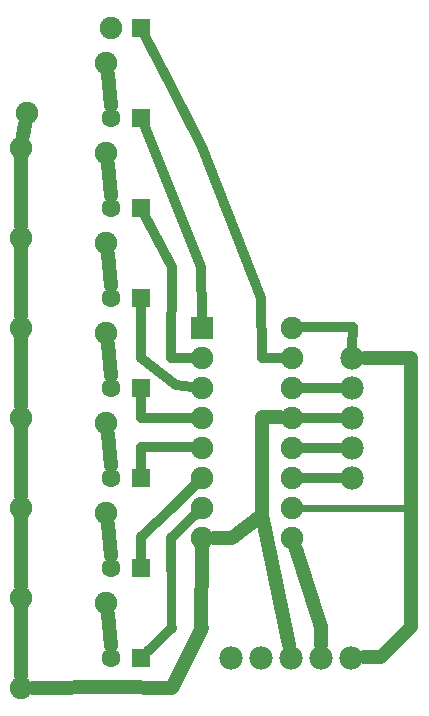
<source format=gbl>
G04 MADE WITH FRITZING*
G04 WWW.FRITZING.ORG*
G04 DOUBLE SIDED*
G04 HOLES PLATED*
G04 CONTOUR ON CENTER OF CONTOUR VECTOR*
%ASAXBY*%
%FSLAX23Y23*%
%MOIN*%
%OFA0B0*%
%SFA1.0B1.0*%
%ADD10C,0.062992*%
%ADD11C,0.075000*%
%ADD12C,0.078000*%
%ADD13R,0.062992X0.062992*%
%ADD14R,0.075000X0.075000*%
%ADD15C,0.048000*%
%ADD16C,0.032000*%
%ADD17C,0.024000*%
%ADD18R,0.001000X0.001000*%
%LNCOPPER0*%
G90*
G70*
G54D10*
X513Y2294D03*
X414Y2294D03*
X513Y794D03*
X414Y794D03*
X513Y1094D03*
X414Y1094D03*
X513Y194D03*
X414Y194D03*
X513Y494D03*
X414Y494D03*
X513Y1394D03*
X414Y1394D03*
X513Y1694D03*
X414Y1694D03*
X513Y1994D03*
X414Y1994D03*
G54D11*
X717Y1294D03*
X1017Y1294D03*
X717Y1194D03*
X1017Y1194D03*
X717Y1094D03*
X1017Y1094D03*
X717Y994D03*
X1017Y994D03*
X717Y894D03*
X1017Y894D03*
X717Y794D03*
X1017Y794D03*
X717Y694D03*
X1017Y694D03*
X717Y594D03*
X1017Y594D03*
G54D12*
X1214Y194D03*
X1114Y194D03*
X1014Y194D03*
X914Y194D03*
X814Y194D03*
X1217Y794D03*
X1217Y894D03*
X1217Y994D03*
X1217Y1094D03*
X1217Y1194D03*
G54D11*
X131Y2011D03*
X414Y2294D03*
X114Y1894D03*
X397Y2177D03*
X114Y1594D03*
X397Y1877D03*
X114Y1294D03*
X397Y1577D03*
X114Y994D03*
X397Y1277D03*
X114Y694D03*
X397Y977D03*
X114Y394D03*
X397Y677D03*
X114Y94D03*
X397Y377D03*
G54D13*
X513Y2294D03*
X513Y794D03*
X513Y1094D03*
X513Y194D03*
X513Y494D03*
X513Y1394D03*
X513Y1694D03*
X513Y1994D03*
G54D14*
X717Y1294D03*
G54D15*
X1113Y295D02*
X1029Y557D01*
D02*
X1114Y235D02*
X1113Y295D01*
D02*
X1414Y295D02*
X1313Y195D01*
D02*
X1414Y495D02*
X1414Y295D01*
D02*
X1313Y195D02*
X1255Y195D01*
D02*
X1414Y694D02*
X1414Y495D01*
D02*
X1414Y696D02*
X1414Y694D01*
D02*
X916Y669D02*
X1006Y235D01*
G54D16*
D02*
X615Y1495D02*
X527Y1665D01*
D02*
X613Y1194D02*
X615Y1495D01*
D02*
X683Y1194D02*
X613Y1194D01*
D02*
X513Y994D02*
X513Y1062D01*
D02*
X613Y993D02*
X513Y994D01*
D02*
X683Y994D02*
X613Y993D01*
D02*
X615Y2094D02*
X527Y2265D01*
D02*
X717Y1896D02*
X615Y2094D01*
D02*
X914Y1394D02*
X717Y1896D01*
D02*
X915Y1194D02*
X914Y1394D01*
D02*
X983Y1194D02*
X915Y1194D01*
D02*
X692Y671D02*
X613Y594D01*
D02*
X615Y294D02*
X536Y217D01*
G54D15*
D02*
X411Y1732D02*
X401Y1838D01*
D02*
X114Y434D02*
X114Y655D01*
D02*
X114Y134D02*
X114Y355D01*
D02*
X1414Y1094D02*
X1414Y696D01*
D02*
X1414Y1193D02*
X1414Y1094D01*
D02*
X1258Y1194D02*
X1414Y1194D01*
D02*
X1414Y1194D02*
X1414Y1193D01*
G54D16*
D02*
X714Y1495D02*
X525Y1964D01*
D02*
X716Y1329D02*
X714Y1495D01*
D02*
X1218Y1296D02*
X1217Y1230D01*
D02*
X1051Y1295D02*
X1218Y1296D01*
D02*
X1181Y894D02*
X1051Y894D01*
G54D15*
D02*
X120Y1934D02*
X126Y1972D01*
D02*
X411Y832D02*
X401Y938D01*
D02*
X411Y1132D02*
X401Y1238D01*
D02*
X916Y996D02*
X977Y995D01*
D02*
X916Y669D02*
X916Y996D01*
D02*
X815Y594D02*
X916Y669D01*
D02*
X757Y594D02*
X815Y594D01*
G54D16*
D02*
X692Y771D02*
X615Y694D01*
D02*
X615Y694D02*
X513Y595D01*
D02*
X513Y595D02*
X513Y527D01*
D02*
X1181Y994D02*
X1051Y994D01*
G54D15*
D02*
X114Y1634D02*
X114Y1855D01*
D02*
X114Y1334D02*
X114Y1555D01*
D02*
X411Y232D02*
X401Y338D01*
D02*
X411Y1432D02*
X401Y1538D01*
D02*
X114Y1034D02*
X114Y1255D01*
G54D16*
D02*
X512Y896D02*
X513Y827D01*
D02*
X683Y895D02*
X512Y896D01*
G54D15*
D02*
X415Y95D02*
X154Y94D01*
D02*
X615Y94D02*
X415Y95D01*
D02*
X717Y292D02*
X615Y94D01*
D02*
X714Y294D02*
X717Y292D01*
D02*
X716Y555D02*
X714Y294D01*
D02*
X411Y2032D02*
X401Y2138D01*
D02*
X411Y532D02*
X401Y638D01*
G54D16*
D02*
X1181Y1094D02*
X1051Y1094D01*
G54D15*
D02*
X114Y734D02*
X114Y955D01*
G54D16*
D02*
X512Y1295D02*
X513Y1362D01*
D02*
X513Y1194D02*
X512Y1295D01*
D02*
X628Y1102D02*
X513Y1194D01*
D02*
X683Y1097D02*
X628Y1102D01*
D02*
X1181Y794D02*
X1051Y794D01*
G54D17*
D02*
X1414Y694D02*
X1045Y694D01*
G54D18*
X609Y610D02*
X616Y610D01*
X606Y609D02*
X619Y609D01*
X604Y608D02*
X621Y608D01*
X603Y607D02*
X622Y607D01*
X602Y606D02*
X623Y606D01*
X601Y605D02*
X624Y605D01*
X600Y604D02*
X625Y604D01*
X599Y603D02*
X626Y603D01*
X599Y602D02*
X626Y602D01*
X598Y601D02*
X627Y601D01*
X598Y600D02*
X627Y600D01*
X598Y599D02*
X627Y599D01*
X597Y598D02*
X628Y598D01*
X597Y597D02*
X628Y597D01*
X597Y596D02*
X628Y596D01*
X597Y595D02*
X628Y595D01*
X597Y594D02*
X628Y594D01*
X597Y593D02*
X628Y593D01*
X597Y592D02*
X628Y592D01*
X597Y591D02*
X628Y591D01*
X597Y590D02*
X628Y590D01*
X597Y589D02*
X628Y589D01*
X597Y588D02*
X628Y588D01*
X597Y587D02*
X628Y587D01*
X597Y586D02*
X628Y586D01*
X597Y585D02*
X628Y585D01*
X597Y584D02*
X628Y584D01*
X597Y583D02*
X628Y583D01*
X597Y582D02*
X628Y582D01*
X597Y581D02*
X628Y581D01*
X597Y580D02*
X628Y580D01*
X597Y579D02*
X628Y579D01*
X597Y578D02*
X628Y578D01*
X597Y577D02*
X628Y577D01*
X597Y576D02*
X628Y576D01*
X597Y575D02*
X628Y575D01*
X597Y574D02*
X628Y574D01*
X597Y573D02*
X628Y573D01*
X597Y572D02*
X628Y572D01*
X597Y571D02*
X628Y571D01*
X597Y570D02*
X628Y570D01*
X597Y569D02*
X628Y569D01*
X597Y568D02*
X628Y568D01*
X597Y567D02*
X628Y567D01*
X597Y566D02*
X628Y566D01*
X597Y565D02*
X628Y565D01*
X597Y564D02*
X628Y564D01*
X597Y563D02*
X628Y563D01*
X597Y562D02*
X628Y562D01*
X597Y561D02*
X628Y561D01*
X597Y560D02*
X628Y560D01*
X597Y559D02*
X628Y559D01*
X597Y558D02*
X628Y558D01*
X597Y557D02*
X628Y557D01*
X597Y556D02*
X628Y556D01*
X597Y555D02*
X628Y555D01*
X597Y554D02*
X628Y554D01*
X597Y553D02*
X628Y553D01*
X597Y552D02*
X628Y552D01*
X597Y551D02*
X628Y551D01*
X597Y550D02*
X628Y550D01*
X597Y549D02*
X628Y549D01*
X597Y548D02*
X628Y548D01*
X597Y547D02*
X628Y547D01*
X597Y546D02*
X628Y546D01*
X597Y545D02*
X628Y545D01*
X597Y544D02*
X628Y544D01*
X597Y543D02*
X628Y543D01*
X597Y542D02*
X628Y542D01*
X597Y541D02*
X628Y541D01*
X597Y540D02*
X628Y540D01*
X597Y539D02*
X628Y539D01*
X597Y538D02*
X628Y538D01*
X597Y537D02*
X628Y537D01*
X597Y536D02*
X628Y536D01*
X597Y535D02*
X628Y535D01*
X597Y534D02*
X628Y534D01*
X597Y533D02*
X628Y533D01*
X597Y532D02*
X628Y532D01*
X597Y531D02*
X628Y531D01*
X597Y530D02*
X628Y530D01*
X597Y529D02*
X628Y529D01*
X597Y528D02*
X628Y528D01*
X597Y527D02*
X628Y527D01*
X597Y526D02*
X628Y526D01*
X597Y525D02*
X628Y525D01*
X597Y524D02*
X628Y524D01*
X597Y523D02*
X628Y523D01*
X597Y522D02*
X628Y522D01*
X597Y521D02*
X628Y521D01*
X597Y520D02*
X628Y520D01*
X597Y519D02*
X628Y519D01*
X597Y518D02*
X628Y518D01*
X597Y517D02*
X628Y517D01*
X597Y516D02*
X628Y516D01*
X597Y515D02*
X628Y515D01*
X597Y514D02*
X628Y514D01*
X597Y513D02*
X628Y513D01*
X597Y512D02*
X628Y512D01*
X597Y511D02*
X628Y511D01*
X597Y510D02*
X628Y510D01*
X597Y509D02*
X628Y509D01*
X597Y508D02*
X628Y508D01*
X597Y507D02*
X628Y507D01*
X597Y506D02*
X628Y506D01*
X597Y505D02*
X628Y505D01*
X597Y504D02*
X628Y504D01*
X597Y503D02*
X628Y503D01*
X597Y502D02*
X628Y502D01*
X597Y501D02*
X628Y501D01*
X597Y500D02*
X628Y500D01*
X597Y499D02*
X628Y499D01*
X597Y498D02*
X628Y498D01*
X597Y497D02*
X628Y497D01*
X597Y496D02*
X628Y496D01*
X597Y495D02*
X628Y495D01*
X597Y494D02*
X628Y494D01*
X597Y493D02*
X628Y493D01*
X597Y492D02*
X628Y492D01*
X597Y491D02*
X628Y491D01*
X597Y490D02*
X628Y490D01*
X597Y489D02*
X628Y489D01*
X597Y488D02*
X628Y488D01*
X597Y487D02*
X628Y487D01*
X597Y486D02*
X628Y486D01*
X597Y485D02*
X628Y485D01*
X597Y484D02*
X628Y484D01*
X597Y483D02*
X628Y483D01*
X597Y482D02*
X628Y482D01*
X597Y481D02*
X629Y481D01*
X598Y480D02*
X629Y480D01*
X598Y479D02*
X629Y479D01*
X598Y478D02*
X629Y478D01*
X598Y477D02*
X629Y477D01*
X598Y476D02*
X629Y476D01*
X598Y475D02*
X629Y475D01*
X598Y474D02*
X629Y474D01*
X598Y473D02*
X629Y473D01*
X598Y472D02*
X629Y472D01*
X598Y471D02*
X629Y471D01*
X598Y470D02*
X629Y470D01*
X598Y469D02*
X629Y469D01*
X598Y468D02*
X629Y468D01*
X598Y467D02*
X629Y467D01*
X598Y466D02*
X629Y466D01*
X598Y465D02*
X629Y465D01*
X598Y464D02*
X629Y464D01*
X598Y463D02*
X629Y463D01*
X598Y462D02*
X629Y462D01*
X598Y461D02*
X629Y461D01*
X598Y460D02*
X629Y460D01*
X598Y459D02*
X629Y459D01*
X598Y458D02*
X629Y458D01*
X598Y457D02*
X629Y457D01*
X598Y456D02*
X629Y456D01*
X598Y455D02*
X629Y455D01*
X598Y454D02*
X629Y454D01*
X598Y453D02*
X629Y453D01*
X598Y452D02*
X629Y452D01*
X598Y451D02*
X629Y451D01*
X598Y450D02*
X629Y450D01*
X598Y449D02*
X629Y449D01*
X598Y448D02*
X629Y448D01*
X598Y447D02*
X629Y447D01*
X598Y446D02*
X629Y446D01*
X598Y445D02*
X629Y445D01*
X598Y444D02*
X629Y444D01*
X598Y443D02*
X629Y443D01*
X598Y442D02*
X629Y442D01*
X598Y441D02*
X629Y441D01*
X598Y440D02*
X629Y440D01*
X598Y439D02*
X629Y439D01*
X598Y438D02*
X629Y438D01*
X598Y437D02*
X629Y437D01*
X598Y436D02*
X629Y436D01*
X598Y435D02*
X629Y435D01*
X598Y434D02*
X629Y434D01*
X598Y433D02*
X629Y433D01*
X598Y432D02*
X629Y432D01*
X598Y431D02*
X629Y431D01*
X598Y430D02*
X629Y430D01*
X598Y429D02*
X629Y429D01*
X598Y428D02*
X629Y428D01*
X598Y427D02*
X629Y427D01*
X598Y426D02*
X629Y426D01*
X598Y425D02*
X629Y425D01*
X598Y424D02*
X629Y424D01*
X598Y423D02*
X629Y423D01*
X598Y422D02*
X629Y422D01*
X598Y421D02*
X629Y421D01*
X598Y420D02*
X629Y420D01*
X598Y419D02*
X629Y419D01*
X598Y418D02*
X629Y418D01*
X598Y417D02*
X629Y417D01*
X598Y416D02*
X629Y416D01*
X598Y415D02*
X629Y415D01*
X598Y414D02*
X629Y414D01*
X598Y413D02*
X629Y413D01*
X598Y412D02*
X629Y412D01*
X598Y411D02*
X629Y411D01*
X598Y410D02*
X629Y410D01*
X598Y409D02*
X629Y409D01*
X598Y408D02*
X629Y408D01*
X598Y407D02*
X629Y407D01*
X598Y406D02*
X629Y406D01*
X598Y405D02*
X629Y405D01*
X598Y404D02*
X629Y404D01*
X598Y403D02*
X629Y403D01*
X598Y402D02*
X629Y402D01*
X598Y401D02*
X629Y401D01*
X598Y400D02*
X629Y400D01*
X598Y399D02*
X629Y399D01*
X598Y398D02*
X629Y398D01*
X598Y397D02*
X629Y397D01*
X598Y396D02*
X629Y396D01*
X598Y395D02*
X629Y395D01*
X598Y394D02*
X629Y394D01*
X598Y393D02*
X629Y393D01*
X598Y392D02*
X629Y392D01*
X598Y391D02*
X629Y391D01*
X598Y390D02*
X629Y390D01*
X598Y389D02*
X629Y389D01*
X598Y388D02*
X629Y388D01*
X598Y387D02*
X629Y387D01*
X598Y386D02*
X629Y386D01*
X598Y385D02*
X629Y385D01*
X598Y384D02*
X629Y384D01*
X598Y383D02*
X629Y383D01*
X598Y382D02*
X629Y382D01*
X598Y381D02*
X629Y381D01*
X598Y380D02*
X629Y380D01*
X598Y379D02*
X629Y379D01*
X598Y378D02*
X629Y378D01*
X598Y377D02*
X629Y377D01*
X598Y376D02*
X629Y376D01*
X598Y375D02*
X629Y375D01*
X598Y374D02*
X629Y374D01*
X598Y373D02*
X629Y373D01*
X598Y372D02*
X629Y372D01*
X598Y371D02*
X629Y371D01*
X598Y370D02*
X629Y370D01*
X598Y369D02*
X629Y369D01*
X598Y368D02*
X629Y368D01*
X598Y367D02*
X629Y367D01*
X598Y366D02*
X629Y366D01*
X598Y365D02*
X629Y365D01*
X598Y364D02*
X629Y364D01*
X598Y363D02*
X629Y363D01*
X598Y362D02*
X629Y362D01*
X598Y361D02*
X629Y361D01*
X598Y360D02*
X629Y360D01*
X598Y359D02*
X629Y359D01*
X598Y358D02*
X629Y358D01*
X598Y357D02*
X629Y357D01*
X598Y356D02*
X629Y356D01*
X598Y355D02*
X629Y355D01*
X598Y354D02*
X629Y354D01*
X598Y353D02*
X629Y353D01*
X598Y352D02*
X629Y352D01*
X598Y351D02*
X629Y351D01*
X598Y350D02*
X629Y350D01*
X598Y349D02*
X629Y349D01*
X598Y348D02*
X629Y348D01*
X598Y347D02*
X629Y347D01*
X598Y346D02*
X629Y346D01*
X598Y345D02*
X629Y345D01*
X598Y344D02*
X629Y344D01*
X598Y343D02*
X629Y343D01*
X598Y342D02*
X629Y342D01*
X598Y341D02*
X629Y341D01*
X598Y340D02*
X629Y340D01*
X598Y339D02*
X629Y339D01*
X598Y338D02*
X629Y338D01*
X598Y337D02*
X629Y337D01*
X598Y336D02*
X629Y336D01*
X598Y335D02*
X629Y335D01*
X598Y334D02*
X629Y334D01*
X598Y333D02*
X629Y333D01*
X598Y332D02*
X629Y332D01*
X598Y331D02*
X629Y331D01*
X598Y330D02*
X629Y330D01*
X598Y329D02*
X629Y329D01*
X598Y328D02*
X629Y328D01*
X598Y327D02*
X629Y327D01*
X598Y326D02*
X629Y326D01*
X598Y325D02*
X629Y325D01*
X598Y324D02*
X629Y324D01*
X598Y323D02*
X629Y323D01*
X598Y322D02*
X629Y322D01*
X598Y321D02*
X629Y321D01*
X598Y320D02*
X629Y320D01*
X598Y319D02*
X629Y319D01*
X598Y318D02*
X629Y318D01*
X598Y317D02*
X629Y317D01*
X598Y316D02*
X629Y316D01*
X598Y315D02*
X629Y315D01*
X598Y314D02*
X629Y314D01*
X598Y313D02*
X629Y313D01*
X598Y312D02*
X629Y312D01*
X598Y311D02*
X629Y311D01*
X598Y310D02*
X629Y310D01*
X598Y309D02*
X629Y309D01*
X598Y308D02*
X629Y308D01*
X598Y307D02*
X629Y307D01*
X598Y306D02*
X629Y306D01*
X598Y305D02*
X629Y305D01*
X598Y304D02*
X629Y304D01*
X598Y303D02*
X629Y303D01*
X598Y302D02*
X629Y302D01*
X598Y301D02*
X629Y301D01*
X598Y300D02*
X629Y300D01*
X598Y299D02*
X629Y299D01*
X598Y298D02*
X629Y298D01*
X598Y297D02*
X629Y297D01*
X598Y296D02*
X629Y296D01*
X598Y295D02*
X629Y295D01*
X598Y294D02*
X629Y294D01*
X599Y293D02*
X629Y293D01*
X599Y292D02*
X629Y292D01*
X599Y291D02*
X629Y291D01*
X599Y290D02*
X629Y290D01*
X599Y289D02*
X628Y289D01*
X600Y288D02*
X628Y288D01*
X600Y287D02*
X628Y287D01*
X601Y286D02*
X627Y286D01*
X602Y285D02*
X626Y285D01*
X602Y284D02*
X626Y284D01*
X603Y283D02*
X625Y283D01*
X604Y282D02*
X623Y282D01*
X606Y281D02*
X622Y281D01*
X608Y280D02*
X620Y280D01*
X610Y279D02*
X618Y279D01*
D02*
G04 End of Copper0*
M02*
</source>
